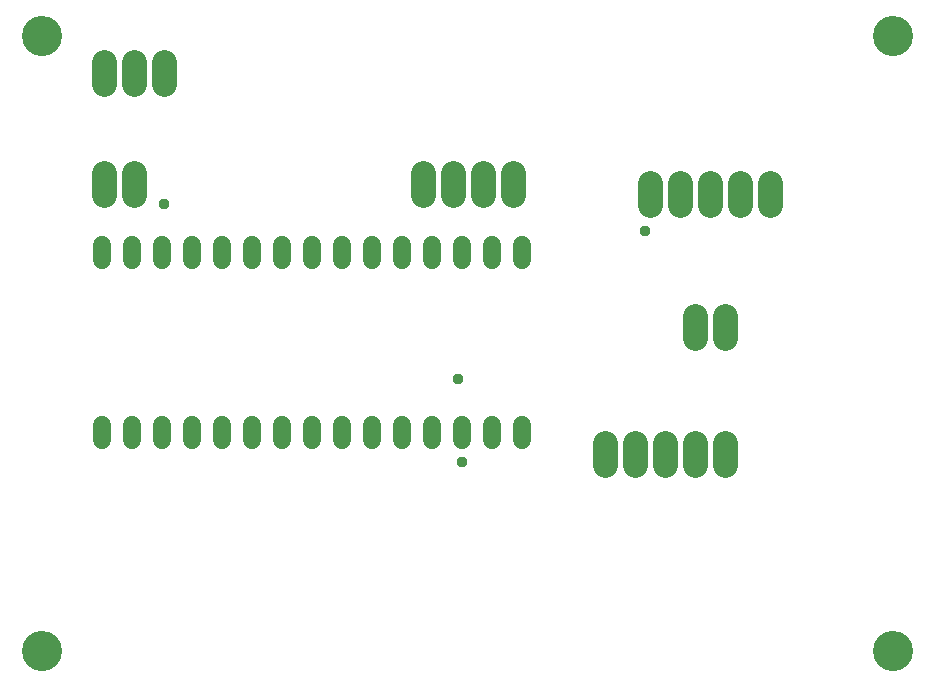
<source format=gbr>
G04 EAGLE Gerber RS-274X export*
G75*
%MOMM*%
%FSLAX34Y34*%
%LPD*%
%INSoldermask Top*%
%IPPOS*%
%AMOC8*
5,1,8,0,0,1.08239X$1,22.5*%
G01*
%ADD10C,3.403200*%
%ADD11C,1.511200*%
%ADD12C,2.082800*%
%ADD13C,0.959600*%


D10*
X760000Y560000D03*
X760000Y40000D03*
X40000Y40000D03*
X40000Y560000D03*
D11*
X445700Y383340D02*
X445700Y370260D01*
X420300Y370260D02*
X420300Y383340D01*
X394900Y383340D02*
X394900Y370260D01*
X369500Y370260D02*
X369500Y383340D01*
X344100Y383340D02*
X344100Y370260D01*
X318700Y370260D02*
X318700Y383340D01*
X293300Y383340D02*
X293300Y370260D01*
X267900Y370260D02*
X267900Y383340D01*
X242500Y383340D02*
X242500Y370260D01*
X217100Y370260D02*
X217100Y383340D01*
X191700Y383340D02*
X191700Y370260D01*
X166300Y370260D02*
X166300Y383340D01*
X445700Y230940D02*
X445700Y217860D01*
X420300Y217860D02*
X420300Y230940D01*
X394900Y230940D02*
X394900Y217860D01*
X242500Y217860D02*
X242500Y230940D01*
X217100Y230940D02*
X217100Y217860D01*
X191700Y217860D02*
X191700Y230940D01*
X166300Y230940D02*
X166300Y217860D01*
X90100Y217860D02*
X90100Y230940D01*
X90100Y370260D02*
X90100Y383340D01*
X115500Y383340D02*
X115500Y370260D01*
X140900Y370260D02*
X140900Y383340D01*
X115500Y230940D02*
X115500Y217860D01*
X140900Y217860D02*
X140900Y230940D01*
X369500Y230940D02*
X369500Y217860D01*
X267900Y217860D02*
X267900Y230940D01*
X293300Y230940D02*
X293300Y217860D01*
X318700Y217860D02*
X318700Y230940D01*
X344100Y230940D02*
X344100Y217860D01*
D12*
X438100Y425602D02*
X438100Y444398D01*
X412700Y444398D02*
X412700Y425602D01*
X387300Y425602D02*
X387300Y444398D01*
X361900Y444398D02*
X361900Y425602D01*
X655800Y416802D02*
X655800Y435598D01*
X630400Y435598D02*
X630400Y416802D01*
X605000Y416802D02*
X605000Y435598D01*
X579600Y435598D02*
X579600Y416802D01*
X554200Y416802D02*
X554200Y435598D01*
X592300Y323198D02*
X592300Y304402D01*
X617700Y304402D02*
X617700Y323198D01*
X516100Y216098D02*
X516100Y197302D01*
X541500Y197302D02*
X541500Y216098D01*
X566900Y216098D02*
X566900Y197302D01*
X592300Y197302D02*
X592300Y216098D01*
X617700Y216098D02*
X617700Y197302D01*
X117200Y425602D02*
X117200Y444398D01*
X91800Y444398D02*
X91800Y425602D01*
X91800Y519602D02*
X91800Y538398D01*
X117200Y538398D02*
X117200Y519602D01*
X142600Y519602D02*
X142600Y538398D01*
D13*
X550000Y395000D03*
X395000Y200000D03*
X391500Y269500D03*
X143000Y418000D03*
M02*

</source>
